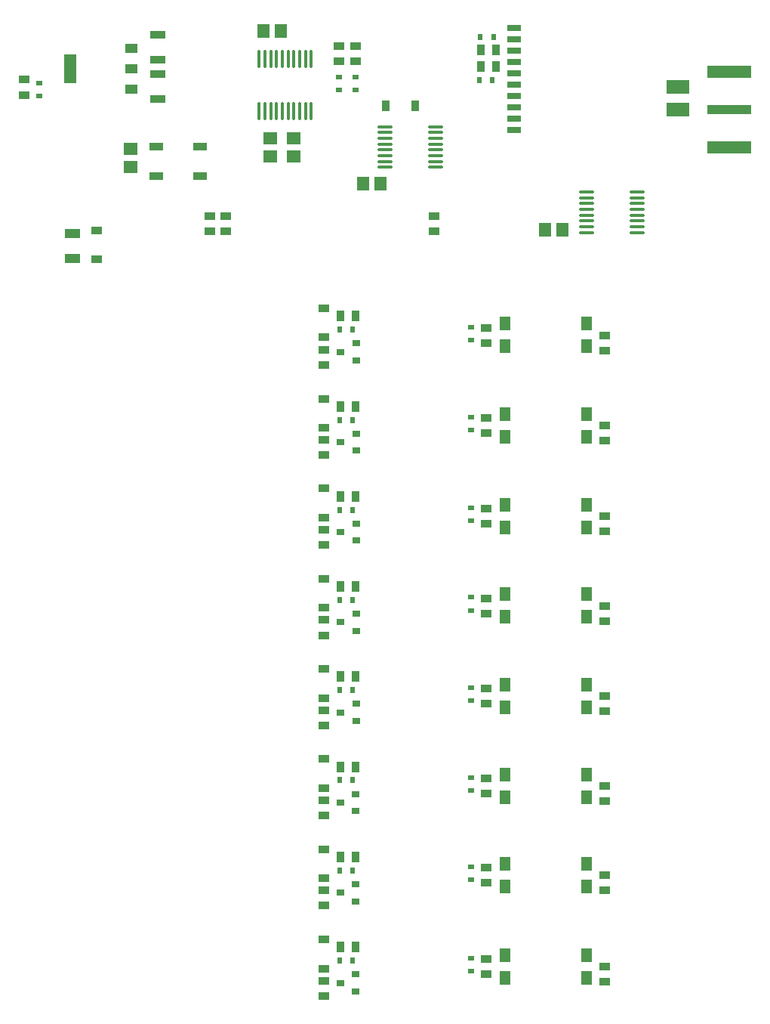
<source format=gtp>
G04*
G04 #@! TF.GenerationSoftware,Altium Limited,Altium Designer,19.0.15 (446)*
G04*
G04 Layer_Color=8421504*
%FSLAX25Y25*%
%MOIN*%
G70*
G01*
G75*
%ADD19R,0.05118X0.03347*%
%ADD20R,0.03150X0.02362*%
%ADD21R,0.06299X0.03150*%
%ADD22O,0.06693X0.01378*%
%ADD23R,0.05118X0.05906*%
%ADD24R,0.06102X0.05315*%
%ADD25R,0.05315X0.06102*%
%ADD26R,0.04803X0.03602*%
%ADD27R,0.03827X0.03158*%
%ADD28R,0.03347X0.05118*%
%ADD29R,0.02362X0.03150*%
%ADD30R,0.10000X0.05906*%
%ADD31R,0.05906X0.03543*%
%ADD32O,0.01378X0.08268*%
%ADD33R,0.19685X0.03937*%
%ADD34R,0.19685X0.05512*%
%ADD35R,0.03602X0.04803*%
%ADD36R,0.07087X0.03937*%
%ADD37R,0.05512X0.03937*%
%ADD38R,0.05512X0.12795*%
%ADD39R,0.06693X0.03740*%
D19*
X311811Y154921D02*
D03*
Y161614D02*
D03*
X364173Y158307D02*
D03*
Y151614D02*
D03*
X311811Y360433D02*
D03*
Y353740D02*
D03*
Y320669D02*
D03*
Y313976D02*
D03*
Y280709D02*
D03*
Y274016D02*
D03*
Y241142D02*
D03*
Y234449D02*
D03*
Y201378D02*
D03*
Y194685D02*
D03*
Y82087D02*
D03*
Y75394D02*
D03*
X364173Y357126D02*
D03*
Y350433D02*
D03*
Y317362D02*
D03*
Y310669D02*
D03*
Y277402D02*
D03*
Y270709D02*
D03*
Y237835D02*
D03*
Y231142D02*
D03*
Y198071D02*
D03*
Y191378D02*
D03*
Y78780D02*
D03*
Y72087D02*
D03*
X107874Y463189D02*
D03*
Y469882D02*
D03*
X311811Y122244D02*
D03*
Y115551D02*
D03*
X364173Y118937D02*
D03*
Y112244D02*
D03*
X240158Y191781D02*
D03*
Y185089D02*
D03*
X240065Y72490D02*
D03*
Y65797D02*
D03*
Y112254D02*
D03*
Y105561D02*
D03*
Y152018D02*
D03*
Y145325D02*
D03*
X240158Y271309D02*
D03*
Y264616D02*
D03*
X246850Y484842D02*
D03*
Y478150D02*
D03*
X254134Y484842D02*
D03*
Y478150D02*
D03*
X240158Y310925D02*
D03*
Y304232D02*
D03*
X240158Y350837D02*
D03*
Y344144D02*
D03*
X240158Y231545D02*
D03*
Y224852D02*
D03*
X196850Y409646D02*
D03*
Y402953D02*
D03*
X189764Y409646D02*
D03*
Y402953D02*
D03*
X289043Y402953D02*
D03*
Y409646D02*
D03*
D20*
X305118Y156299D02*
D03*
Y162008D02*
D03*
Y360827D02*
D03*
Y355118D02*
D03*
Y321063D02*
D03*
Y315354D02*
D03*
Y281102D02*
D03*
Y275394D02*
D03*
Y241535D02*
D03*
Y235827D02*
D03*
Y201772D02*
D03*
Y196063D02*
D03*
Y82480D02*
D03*
Y76772D02*
D03*
X114567Y462795D02*
D03*
Y468504D02*
D03*
X305118Y122638D02*
D03*
Y116929D02*
D03*
X247047Y465256D02*
D03*
Y470965D02*
D03*
X254331Y465256D02*
D03*
Y470965D02*
D03*
D21*
X324063Y477667D02*
D03*
Y472667D02*
D03*
Y467667D02*
D03*
Y447667D02*
D03*
Y452667D02*
D03*
Y457667D02*
D03*
Y462667D02*
D03*
Y482667D02*
D03*
Y487667D02*
D03*
Y492667D02*
D03*
D22*
X356102Y412697D02*
D03*
Y420374D02*
D03*
Y417815D02*
D03*
Y415256D02*
D03*
X289567Y443996D02*
D03*
Y438878D02*
D03*
Y441437D02*
D03*
Y446555D02*
D03*
X267126D02*
D03*
Y441437D02*
D03*
Y443996D02*
D03*
Y449114D02*
D03*
X378543Y402461D02*
D03*
Y405020D02*
D03*
Y407579D02*
D03*
Y410138D02*
D03*
Y412697D02*
D03*
Y415256D02*
D03*
Y417815D02*
D03*
Y420374D02*
D03*
X356102Y402461D02*
D03*
Y405020D02*
D03*
Y407579D02*
D03*
Y410138D02*
D03*
X289567Y431201D02*
D03*
Y433760D02*
D03*
Y436319D02*
D03*
Y449114D02*
D03*
X267126Y431201D02*
D03*
Y433760D02*
D03*
Y436319D02*
D03*
Y438878D02*
D03*
D23*
X356299Y153386D02*
D03*
Y163386D02*
D03*
X320079Y153386D02*
D03*
Y163386D02*
D03*
X356299Y352205D02*
D03*
Y362205D02*
D03*
X320079Y352205D02*
D03*
Y362205D02*
D03*
X356299Y312441D02*
D03*
Y322441D02*
D03*
X320079Y312441D02*
D03*
Y322441D02*
D03*
X356299Y272480D02*
D03*
Y282480D02*
D03*
X320079Y272480D02*
D03*
Y282480D02*
D03*
X356299Y232913D02*
D03*
Y242913D02*
D03*
X320079Y232913D02*
D03*
Y242913D02*
D03*
X356299Y193150D02*
D03*
Y203150D02*
D03*
X320079Y193150D02*
D03*
Y203150D02*
D03*
X356299Y73858D02*
D03*
Y83858D02*
D03*
X320079Y73858D02*
D03*
Y83858D02*
D03*
X356299Y114016D02*
D03*
Y124016D02*
D03*
X320079Y114016D02*
D03*
Y124016D02*
D03*
D24*
X154724Y431496D02*
D03*
Y439370D02*
D03*
X216577Y436024D02*
D03*
Y443898D02*
D03*
X227026Y436024D02*
D03*
Y443898D02*
D03*
D25*
X337795Y403543D02*
D03*
X345669D02*
D03*
X257480Y424016D02*
D03*
X265354D02*
D03*
X213386Y491339D02*
D03*
X221260D02*
D03*
D26*
X240158Y197146D02*
D03*
Y210039D02*
D03*
X240065Y77854D02*
D03*
Y90748D02*
D03*
Y117618D02*
D03*
Y130512D02*
D03*
Y157382D02*
D03*
Y170276D02*
D03*
X240158Y276673D02*
D03*
Y289567D02*
D03*
Y316289D02*
D03*
Y329183D02*
D03*
X240158Y356201D02*
D03*
Y369094D02*
D03*
X240158Y236910D02*
D03*
Y249803D02*
D03*
X139764Y390551D02*
D03*
Y403445D02*
D03*
D27*
X254468Y194537D02*
D03*
Y187057D02*
D03*
X247500Y190797D02*
D03*
X254376Y75246D02*
D03*
Y67766D02*
D03*
X247408Y71506D02*
D03*
X254376Y115010D02*
D03*
Y107529D02*
D03*
X247408Y111270D02*
D03*
X254376Y154774D02*
D03*
Y147293D02*
D03*
X247408Y151033D02*
D03*
X254468Y274065D02*
D03*
Y266585D02*
D03*
X247500Y270325D02*
D03*
X254468Y313681D02*
D03*
Y306201D02*
D03*
X247500Y309941D02*
D03*
X254468Y353592D02*
D03*
Y346112D02*
D03*
X247500Y349852D02*
D03*
X254468Y234301D02*
D03*
Y226821D02*
D03*
X247500Y230561D02*
D03*
D28*
X247638Y206545D02*
D03*
X254331D02*
D03*
X247546Y87254D02*
D03*
X254239D02*
D03*
X247546Y127018D02*
D03*
X254239D02*
D03*
X247546Y166781D02*
D03*
X254239D02*
D03*
X247638Y286073D02*
D03*
X254331D02*
D03*
X247638Y325689D02*
D03*
X254331D02*
D03*
X247638Y365600D02*
D03*
X254331D02*
D03*
X247638Y246309D02*
D03*
X254331D02*
D03*
X316289Y482972D02*
D03*
X309596D02*
D03*
X316289Y475787D02*
D03*
X309596D02*
D03*
D29*
X247146Y200640D02*
D03*
X252854D02*
D03*
X247054Y81348D02*
D03*
X252762D02*
D03*
X247054Y121112D02*
D03*
X252762D02*
D03*
X247054Y160876D02*
D03*
X252762D02*
D03*
X247146Y280167D02*
D03*
X252854D02*
D03*
X247146Y319783D02*
D03*
X252854D02*
D03*
X247146Y359695D02*
D03*
X252854D02*
D03*
X247146Y240404D02*
D03*
X252854D02*
D03*
X309350Y488583D02*
D03*
X315059D02*
D03*
X308957Y469685D02*
D03*
X314665D02*
D03*
D30*
X396701Y466565D02*
D03*
Y456762D02*
D03*
D31*
X185630Y440354D02*
D03*
Y427362D02*
D03*
X166339D02*
D03*
Y440354D02*
D03*
D32*
X234703Y478937D02*
D03*
X232144D02*
D03*
X229585D02*
D03*
X227026D02*
D03*
X224467D02*
D03*
X221908D02*
D03*
X219349D02*
D03*
X216790D02*
D03*
X214231D02*
D03*
X211672D02*
D03*
X234703Y456102D02*
D03*
X232144D02*
D03*
X229585D02*
D03*
X227026D02*
D03*
X224467D02*
D03*
X221908D02*
D03*
X219349D02*
D03*
X216790D02*
D03*
X214231D02*
D03*
X211672D02*
D03*
D33*
X419291Y456762D02*
D03*
D34*
Y473494D02*
D03*
Y440029D02*
D03*
D35*
X267569Y458268D02*
D03*
X280463D02*
D03*
D36*
X129134Y390945D02*
D03*
Y401968D02*
D03*
D37*
X155118Y465748D02*
D03*
Y474803D02*
D03*
Y483858D02*
D03*
D38*
X128347Y474803D02*
D03*
D39*
X166929Y461417D02*
D03*
Y472441D02*
D03*
Y489764D02*
D03*
Y478740D02*
D03*
M02*

</source>
